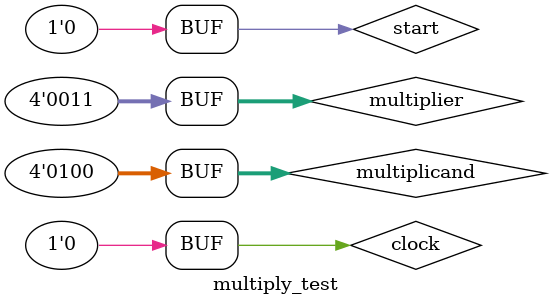
<source format=v>
`timescale 1ns / 1ps


module multiply_test;

	// Inputs
	reg [3:0] multiplicand;
	reg [3:0] multiplier;
	reg clock;
	reg start;

	// Outputs
	wire [7:0] product;
	wire busy;

	// Instantiate the Unit Under Test (UUT)
	multiply uut (
		.multiplicand(multiplicand), 
		.multiplier(multiplier), 
		.product(product), 
		.clock(clock), 
		.start(start), 
		.busy(busy)
	);

	initial begin
		// Initialize Inputs
		multiplicand = 4;
		multiplier = 3;
		clock = 0;
		start = 0;

		// Wait 100 ns for global reset to finish
		#100;
        
		// Add stimulus here

	end
      
endmodule


</source>
